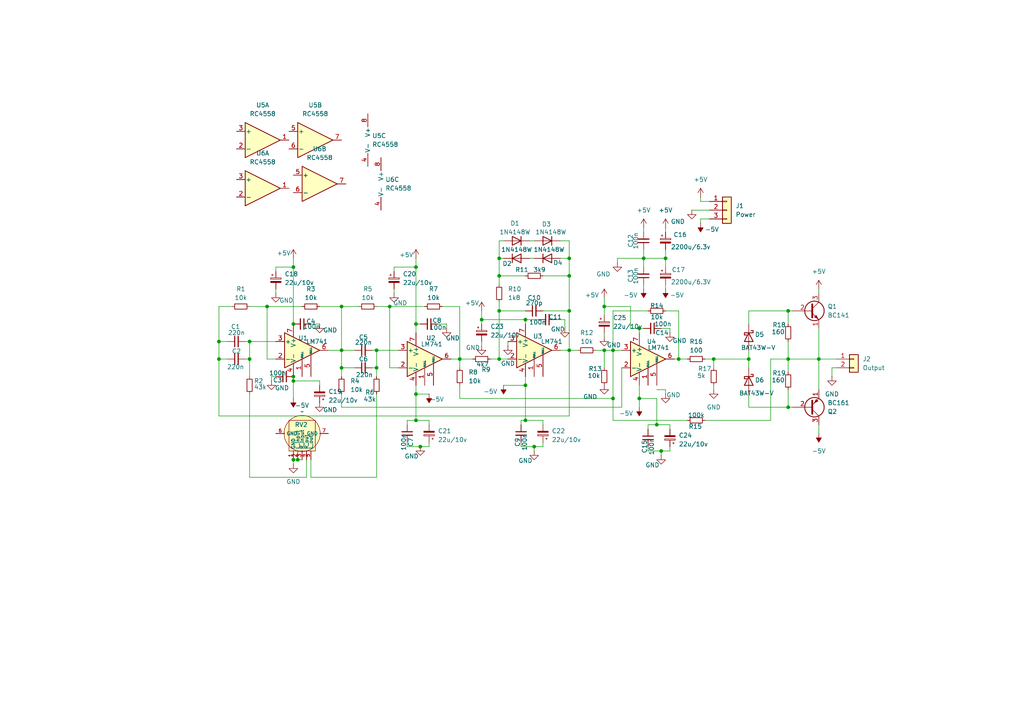
<source format=kicad_sch>
(kicad_sch (version 20250114) (generator "eeschema") (generator_version "9.0")
  (paper "A4")
  (lib_symbols
    (symbol "Amplifier_Operational:LM741" (pin_names (offset 0.127))
      (property "Reference" "U" (at 0 6.35 0))
      (property "Value" "LM741" (at 0 3.81 0))
      (symbol "LM741_1_1"
        (pin input line (at -7.62 2.54 0) (length 2.54) (name "+") (number "3"))
        (pin input line (at -7.62 -2.54 0) (length 2.54) (name "-") (number "2"))
        (pin power_in line (at -2.54 7.62 270) (length 3.81) (name "V+") (number "7"))
        (pin power_in line (at -2.54 -7.62 90) (length 3.81) (name "V-") (number "4"))
        (pin no_connect line (at 0 2.54 270) (length 2.54) (hide yes) (name "NC") (number "8"))
        (pin input line (at 0 -7.62 90) (length 5.08) (name "NULL") (number "1"))
        (pin input line (at 2.54 -7.62 90) (length 6.35) (name "NULL") (number "5"))
        (pin output line (at 7.62 0 180) (length 2.54) (name "~") (number "6"))
      )
    )
    (symbol "Amplifier_Operational:RC4558" (pin_names (offset 0.127))
      (property "Reference" "U" (at 0 5.08 0))
      (property "Value" "RC4558" (at 0 -5.08 0))
      (symbol "RC4558_1_1"
        (pin input line (at -7.62 2.54 0) (length 2.54) (name "+") (number "3"))
        (pin input line (at -7.62 -2.54 0) (length 2.54) (name "-") (number "2"))
        (pin output line (at 7.62 0 180) (length 2.54) (name "~") (number "1"))
      )
      (symbol "RC4558_2_1"
        (pin input line (at -7.62 2.54 0) (length 2.54) (name "+") (number "5"))
        (pin input line (at -7.62 -2.54 0) (length 2.54) (name "-") (number "6"))
        (pin output line (at 7.62 0 180) (length 2.54) (name "~") (number "7"))
      )
      (symbol "RC4558_3_1"
        (pin power_in line (at -2.54 7.62 270) (length 3.81) (name "V+") (number "8"))
        (pin power_in line (at -2.54 -7.62 90) (length 3.81) (name "V-") (number "4"))
      )
    )
    (symbol "Connector_Generic:Conn_01x02" (pin_names (offset 1.016) (hide yes))
      (property "Reference" "J" (at 0 2.54 0))
      (property "Value" "Conn_01x02" (at 0 -5.08 0))
      (symbol "Conn_01x02_1_1"
        (pin passive line (at -5.08 0 0) (length 3.81) (name "Pin_1") (number "1"))
        (pin passive line (at -5.08 -2.54 0) (length 3.81) (name "Pin_2") (number "2"))
      )
    )
    (symbol "Connector_Generic:Conn_01x03" (pin_names (offset 1.016) (hide yes))
      (property "Reference" "J" (at 0 5.08 0))
      (property "Value" "Conn_01x03" (at 0 -5.08 0))
      (symbol "Conn_01x03_1_1"
        (pin passive line (at -5.08 2.54 0) (length 3.81) (name "Pin_1") (number "1"))
        (pin passive line (at -5.08 0 0) (length 3.81) (name "Pin_2") (number "2"))
        (pin passive line (at -5.08 -2.54 0) (length 3.81) (name "Pin_3") (number "3"))
      )
    )
    (symbol "Device:C_Polarized_Small" (pin_numbers (hide yes)) (pin_names (offset 0.254) (hide yes))
      (property "Reference" "C" (at 0.254 1.778 0))
      (property "Value" "C_Polarized_Small" (at 0.254 -2.032 0))
      (symbol "C_Polarized_Small_1_1"
        (pin passive line (at 0 2.54 270) (length 1.8542) (name "~") (number "1"))
        (pin passive line (at 0 -2.54 90) (length 1.8542) (name "~") (number "2"))
      )
    )
    (symbol "Device:C_Small" (pin_numbers (hide yes)) (pin_names (offset 0.254) (hide yes))
      (property "Reference" "C" (at 0.254 1.778 0))
      (property "Value" "C_Small" (at 0.254 -2.032 0))
      (symbol "C_Small_1_1"
        (pin passive line (at 0 2.54 270) (length 2.032) (name "~") (number "1"))
        (pin passive line (at 0 -2.54 90) (length 2.032) (name "~") (number "2"))
      )
    )
    (symbol "Device:R_Small" (pin_numbers (hide yes)) (pin_names (offset 0.254) (hide yes))
      (property "Reference" "R" (at 0.762 0.508 0))
      (property "Value" "R_Small" (at 0.762 -1.016 0))
      (symbol "R_Small_1_1"
        (pin passive line (at 0 2.54 270) (length 0.762) (name "~") (number "1"))
        (pin passive line (at 0 -2.54 90) (length 0.762) (name "~") (number "2"))
      )
    )
    (symbol "Diode:1N4148W" (pin_numbers (hide yes)) (pin_names (hide yes))
      (property "Reference" "D" (at 0 2.54 0))
      (property "Value" "1N4148W" (at 0 -2.54 0))
      (symbol "1N4148W_1_1"
        (pin passive line (at -3.81 0 0) (length 2.54) (name "K") (number "1"))
        (pin passive line (at 3.81 0 180) (length 2.54) (name "A") (number "2"))
      )
    )
    (symbol "Diode:BAT43W-V" (pin_numbers (hide yes)) (pin_names (offset 1.016) (hide yes))
      (property "Reference" "D" (at 0 2.54 0))
      (property "Value" "BAT43W-V" (at 0 -2.54 0))
      (symbol "BAT43W-V_1_1"
        (pin passive line (at -3.81 0 0) (length 2.54) (name "K") (number "1"))
        (pin passive line (at 3.81 0 180) (length 2.54) (name "A") (number "2"))
      )
    )
    (symbol "Potencjomretry_THT:Potencjometr_podwójny_mp3"
      (property "Reference" "RV" (at 0 2.54 0))
      (symbol "Potencjometr_podwójny_mp3_1_1"
        (pin input line (at -7.62 0 0) (length 2.54) (name "GND") (number "6"))
        (pin input line (at -2.54 -7.62 90) (length 2.54) (name "GND") (number "1"))
        (pin input line (at -1.27 -7.62 90) (length 2.54) (name "L_input") (number "2"))
        (pin input line (at 0 -7.62 90) (length 2.54) (name "R_input") (number "3"))
        (pin input line (at 1.27 -7.62 90) (length 2.54) (name "R_out") (number "4"))
        (pin input line (at 2.54 -7.62 90) (length 2.54) (name "L_out") (number "5"))
        (pin input line (at 7.62 0 180) (length 2.54) (name "GND") (number "7"))
      )
    )
    (symbol "Transistor_BJT:BC141" (pin_names (offset 0) (hide yes))
      (property "Reference" "Q" (at 5.08 1.905 0))
      (property "Value" "BC141" (at 5.08 0 0))
      (symbol "BC141_1_1"
        (pin passive line (at -5.08 0 0) (length 5.715) (name "B") (number "2"))
        (pin passive line (at 2.54 5.08 270) (length 2.54) (name "C") (number "3"))
        (pin passive line (at 2.54 -5.08 90) (length 2.54) (name "E") (number "1"))
      )
    )
    (symbol "Transistor_BJT:BC161" (pin_names (offset 0) (hide yes))
      (property "Reference" "Q" (at 5.08 1.905 0))
      (property "Value" "BC161" (at 5.08 0 0))
      (symbol "BC161_1_1"
        (pin input line (at -5.08 0 0) (length 5.715) (name "B") (number "2"))
        (pin passive line (at 2.54 5.08 270) (length 2.54) (name "C") (number "3"))
        (pin passive line (at 2.54 -5.08 90) (length 2.54) (name "E") (number "1"))
      )
    )
    (symbol "power:+5V" (power) (pin_numbers (hide yes)) (pin_names (offset 0) (hide yes))
      (property "Value" "+5V" (at 0 3.556 0))
      (symbol "+5V_1_1"
        (pin power_in line (at 0 0 90) (length 0) (name "~") (number "1"))
      )
    )
    (symbol "power:-5V" (power) (pin_numbers (hide yes)) (pin_names (offset 0) (hide yes))
      (property "Value" "-5V" (at 0 3.556 0))
      (symbol "-5V_0_0"
        (pin power_in line (at 0 0 90) (length 0) (name "~") (number "1"))
      )
    )
    (symbol "power:GND" (power) (pin_numbers (hide yes)) (pin_names (offset 0) (hide yes))
      (property "Value" "GND" (at 0 -3.81 0))
      (symbol "GND_1_1"
        (pin power_in line (at 0 0 270) (length 0) (name "~") (number "1"))
      )
    )
  )
  (junction (at 63.5 99.06))
  (junction (at 237.49 104.14))
  (junction (at 121.92 129.54))
  (junction (at 72.39 104.14))
  (junction (at 85.09 77.47))
  (junction (at 193.04 74.93))
  (junction (at 85.09 110.49))
  (junction (at 154.94 129.54))
  (junction (at 152.4 121.92))
  (junction (at 177.8 115.57))
  (junction (at 165.1 101.6))
  (junction (at 120.65 77.47))
  (junction (at 165.1 80.01))
  (junction (at 72.39 99.06))
  (junction (at 217.17 104.14))
  (junction (at 113.03 88.9))
  (junction (at 99.06 88.9))
  (junction (at 152.4 111.76))
  (junction (at 175.26 88.9))
  (junction (at 99.06 106.68))
  (junction (at 99.06 101.6))
  (junction (at 165.1 90.17))
  (junction (at 144.78 80.01))
  (junction (at 191.77 130.81))
  (junction (at 196.85 104.14))
  (junction (at 228.6 104.14))
  (junction (at 228.6 118.11))
  (junction (at 175.26 101.6))
  (junction (at 186.69 74.93))
  (junction (at 152.4 92.71))
  (junction (at 63.5 104.14))
  (junction (at 85.09 109.22))
  (junction (at 133.35 104.14))
  (junction (at 86.36 133.35))
  (junction (at 85.09 93.98))
  (junction (at 120.65 114.3))
  (junction (at 165.1 74.93))
  (junction (at 85.09 133.35))
  (junction (at 144.78 90.17))
  (junction (at 207.01 104.14))
  (junction (at 185.42 115.57))
  (junction (at 185.42 95.25))
  (junction (at 109.22 101.6))
  (junction (at 120.65 121.92))
  (junction (at 228.6 90.17))
  (junction (at 190.5 123.19))
  (junction (at 144.78 104.14))
  (junction (at 177.8 101.6))
  (junction (at 77.47 88.9))
  (junction (at 139.7 92.71))
  (junction (at 120.65 93.98))
  (junction (at 144.78 74.93))
  (junction (at 109.22 106.68))
  (wire (pts (xy 194.31 96.52) (xy 194.31 95.25)))
  (wire (pts (xy 237.49 95.25) (xy 237.49 104.14)))
  (wire (pts (xy 139.7 90.17) (xy 139.7 92.71)))
  (wire (pts (xy 157.48 121.92) (xy 157.48 123.19)))
  (wire (pts (xy 196.85 104.14) (xy 199.39 104.14)))
  (wire (pts (xy 165.1 120.65) (xy 63.5 120.65)))
  (wire (pts (xy 139.7 92.71) (xy 152.4 92.71)))
  (wire (pts (xy 139.7 92.71) (xy 139.7 93.98)))
  (wire (pts (xy 193.04 113.03) (xy 190.5 113.03)))
  (wire (pts (xy 133.35 88.9) (xy 133.35 104.14)))
  (wire (pts (xy 228.6 104.14) (xy 237.49 104.14)))
  (wire (pts (xy 228.6 118.11) (xy 217.17 118.11)))
  (wire (pts (xy 99.06 118.11) (xy 180.34 118.11)))
  (wire (pts (xy 109.22 114.3) (xy 109.22 138.43)))
  (wire (pts (xy 186.69 74.93) (xy 186.69 77.47)))
  (wire (pts (xy 67.31 88.9) (xy 63.5 88.9)))
  (wire (pts (xy 175.26 101.6) (xy 177.8 101.6)))
  (wire (pts (xy 228.6 104.14) (xy 223.52 104.14)))
  (wire (pts (xy 154.94 129.54) (xy 157.48 129.54)))
  (wire (pts (xy 85.09 74.93) (xy 85.09 77.47)))
  (wire (pts (xy 195.58 104.14) (xy 196.85 104.14)))
  (wire (pts (xy 162.56 101.6) (xy 165.1 101.6)))
  (wire (pts (xy 187.96 130.81) (xy 191.77 130.81)))
  (wire (pts (xy 196.85 104.14) (xy 196.85 90.17)))
  (wire (pts (xy 241.3 109.22) (xy 241.3 106.68)))
  (wire (pts (xy 199.39 121.92) (xy 177.8 121.92)))
  (wire (pts (xy 207.01 106.68) (xy 207.01 104.14)))
  (wire (pts (xy 193.04 72.39) (xy 193.04 74.93)))
  (wire (pts (xy 151.13 121.92) (xy 152.4 121.92)))
  (wire (pts (xy 124.46 114.3) (xy 120.65 114.3)))
  (wire (pts (xy 152.4 121.92) (xy 157.48 121.92)))
  (wire (pts (xy 146.05 111.76) (xy 152.4 111.76)))
  (wire (pts (xy 203.2 57.15) (xy 203.2 58.42)))
  (wire (pts (xy 144.78 74.93) (xy 144.78 80.01)))
  (wire (pts (xy 144.78 90.17) (xy 144.78 104.14)))
  (wire (pts (xy 128.27 88.9) (xy 133.35 88.9)))
  (wire (pts (xy 182.88 88.9) (xy 175.26 88.9)))
  (wire (pts (xy 72.39 104.14) (xy 72.39 109.22)))
  (wire (pts (xy 80.01 78.74) (xy 80.01 77.47)))
  (wire (pts (xy 185.42 111.76) (xy 185.42 115.57)))
  (wire (pts (xy 187.96 129.54) (xy 187.96 130.81)))
  (wire (pts (xy 207.01 111.76) (xy 207.01 113.03)))
  (wire (pts (xy 163.83 95.25) (xy 163.83 92.71)))
  (wire (pts (xy 85.09 134.62) (xy 85.09 133.35)))
  (wire (pts (xy 129.54 93.98) (xy 127 93.98)))
  (wire (pts (xy 193.04 74.93) (xy 193.04 77.47)))
  (wire (pts (xy 63.5 99.06) (xy 63.5 104.14)))
  (wire (pts (xy 187.96 90.17) (xy 177.8 90.17)))
  (wire (pts (xy 157.48 129.54) (xy 157.48 128.27)))
  (wire (pts (xy 177.8 115.57) (xy 133.35 115.57)))
  (wire (pts (xy 162.56 69.85) (xy 165.1 69.85)))
  (wire (pts (xy 241.3 106.68) (xy 242.57 106.68)))
  (wire (pts (xy 186.69 82.55) (xy 186.69 83.82)))
  (wire (pts (xy 191.77 130.81) (xy 191.77 132.08)))
  (wire (pts (xy 175.26 96.52) (xy 175.26 97.79)))
  (wire (pts (xy 144.78 80.01) (xy 144.78 82.55)))
  (wire (pts (xy 114.3 83.82) (xy 114.3 85.09)))
  (wire (pts (xy 113.03 88.9) (xy 109.22 88.9)))
  (wire (pts (xy 228.6 90.17) (xy 228.6 93.98)))
  (wire (pts (xy 118.11 123.19) (xy 118.11 121.92)))
  (wire (pts (xy 109.22 101.6) (xy 115.57 101.6)))
  (wire (pts (xy 115.57 106.68) (xy 113.03 106.68)))
  (wire (pts (xy 124.46 121.92) (xy 124.46 123.19)))
  (wire (pts (xy 228.6 99.06) (xy 228.6 104.14)))
  (wire (pts (xy 185.42 95.25) (xy 182.88 95.25)))
  (wire (pts (xy 165.1 90.17) (xy 165.1 80.01)))
  (wire (pts (xy 163.83 92.71) (xy 161.29 92.71)))
  (wire (pts (xy 228.6 104.14) (xy 228.6 107.95)))
  (wire (pts (xy 85.09 109.22) (xy 85.09 110.49)))
  (wire (pts (xy 80.01 104.14) (xy 77.47 104.14)))
  (wire (pts (xy 72.39 99.06) (xy 80.01 99.06)))
  (wire (pts (xy 88.9 138.43) (xy 72.39 138.43)))
  (wire (pts (xy 186.69 72.39) (xy 186.69 74.93)))
  (wire (pts (xy 99.06 106.68) (xy 99.06 109.22)))
  (wire (pts (xy 229.87 118.11) (xy 228.6 118.11)))
  (wire (pts (xy 85.09 110.49) (xy 92.71 110.49)))
  (wire (pts (xy 99.06 88.9) (xy 104.14 88.9)))
  (wire (pts (xy 147.32 100.33) (xy 147.32 99.06)))
  (wire (pts (xy 153.67 69.85) (xy 154.94 69.85)))
  (wire (pts (xy 80.01 83.82) (xy 80.01 85.09)))
  (wire (pts (xy 113.03 88.9) (xy 123.19 88.9)))
  (wire (pts (xy 139.7 99.06) (xy 139.7 100.33)))
  (wire (pts (xy 130.81 104.14) (xy 133.35 104.14)))
  (wire (pts (xy 194.31 130.81) (xy 194.31 129.54)))
  (wire (pts (xy 120.65 121.92) (xy 124.46 121.92)))
  (wire (pts (xy 185.42 95.25) (xy 186.69 95.25)))
  (wire (pts (xy 120.65 77.47) (xy 120.65 93.98)))
  (wire (pts (xy 165.1 101.6) (xy 165.1 90.17)))
  (wire (pts (xy 63.5 104.14) (xy 66.04 104.14)))
  (wire (pts (xy 180.34 118.11) (xy 180.34 106.68)))
  (wire (pts (xy 217.17 101.6) (xy 217.17 104.14)))
  (wire (pts (xy 151.13 129.54) (xy 154.94 129.54)))
  (wire (pts (xy 182.88 95.25) (xy 182.88 88.9)))
  (wire (pts (xy 207.01 104.14) (xy 217.17 104.14)))
  (wire (pts (xy 118.11 121.92) (xy 120.65 121.92)))
  (wire (pts (xy 72.39 88.9) (xy 77.47 88.9)))
  (wire (pts (xy 144.78 87.63) (xy 144.78 90.17)))
  (wire (pts (xy 203.2 64.77) (xy 203.2 63.5)))
  (wire (pts (xy 223.52 104.14) (xy 223.52 121.92)))
  (wire (pts (xy 186.69 66.04) (xy 186.69 67.31)))
  (wire (pts (xy 193.04 66.04) (xy 193.04 67.31)))
  (wire (pts (xy 120.65 114.3) (xy 120.65 121.92)))
  (wire (pts (xy 118.11 128.27) (xy 118.11 129.54)))
  (wire (pts (xy 90.17 138.43) (xy 109.22 138.43)))
  (wire (pts (xy 187.96 123.19) (xy 190.5 123.19)))
  (wire (pts (xy 185.42 95.25) (xy 185.42 96.52)))
  (wire (pts (xy 217.17 90.17) (xy 217.17 93.98)))
  (wire (pts (xy 114.3 78.74) (xy 114.3 77.47)))
  (wire (pts (xy 152.4 111.76) (xy 152.4 109.22)))
  (wire (pts (xy 121.92 129.54) (xy 124.46 129.54)))
  (wire (pts (xy 142.24 104.14) (xy 144.78 104.14)))
  (wire (pts (xy 86.36 133.35) (xy 87.63 133.35)))
  (wire (pts (xy 194.31 95.25) (xy 191.77 95.25)))
  (wire (pts (xy 71.12 99.06) (xy 72.39 99.06)))
  (wire (pts (xy 71.12 104.14) (xy 72.39 104.14)))
  (wire (pts (xy 109.22 106.68) (xy 109.22 109.22)))
  (wire (pts (xy 203.2 58.42) (xy 205.74 58.42)))
  (wire (pts (xy 193.04 114.3) (xy 193.04 113.03)))
  (wire (pts (xy 88.9 133.35) (xy 88.9 138.43)))
  (wire (pts (xy 191.77 130.81) (xy 194.31 130.81)))
  (wire (pts (xy 90.17 93.98) (xy 92.71 93.98)))
  (wire (pts (xy 175.26 86.36) (xy 175.26 88.9)))
  (wire (pts (xy 77.47 88.9) (xy 87.63 88.9)))
  (wire (pts (xy 228.6 113.03) (xy 228.6 118.11)))
  (wire (pts (xy 107.95 106.68) (xy 109.22 106.68)))
  (wire (pts (xy 228.6 90.17) (xy 217.17 90.17)))
  (wire (pts (xy 144.78 74.93) (xy 144.78 69.85)))
  (wire (pts (xy 165.1 69.85) (xy 165.1 74.93)))
  (wire (pts (xy 99.06 88.9) (xy 92.71 88.9)))
  (wire (pts (xy 187.96 124.46) (xy 187.96 123.19)))
  (wire (pts (xy 72.39 114.3) (xy 72.39 138.43)))
  (wire (pts (xy 63.5 120.65) (xy 63.5 104.14)))
  (wire (pts (xy 229.87 90.17) (xy 228.6 90.17)))
  (wire (pts (xy 172.72 101.6) (xy 175.26 101.6)))
  (wire (pts (xy 237.49 104.14) (xy 237.49 113.03)))
  (wire (pts (xy 177.8 90.17) (xy 177.8 101.6)))
  (wire (pts (xy 144.78 80.01) (xy 152.4 80.01)))
  (wire (pts (xy 154.94 129.54) (xy 154.94 130.81)))
  (wire (pts (xy 113.03 106.68) (xy 113.03 88.9)))
  (wire (pts (xy 154.94 74.93) (xy 153.67 74.93)))
  (wire (pts (xy 120.65 74.93) (xy 120.65 77.47)))
  (wire (pts (xy 133.35 115.57) (xy 133.35 111.76)))
  (wire (pts (xy 90.17 138.43) (xy 90.17 133.35)))
  (wire (pts (xy 99.06 106.68) (xy 102.87 106.68)))
  (wire (pts (xy 133.35 106.68) (xy 133.35 104.14)))
  (wire (pts (xy 177.8 101.6) (xy 180.34 101.6)))
  (wire (pts (xy 203.2 63.5) (xy 205.74 63.5)))
  (wire (pts (xy 109.22 101.6) (xy 109.22 106.68)))
  (wire (pts (xy 63.5 99.06) (xy 66.04 99.06)))
  (wire (pts (xy 99.06 101.6) (xy 99.06 88.9)))
  (wire (pts (xy 99.06 114.3) (xy 99.06 118.11)))
  (wire (pts (xy 193.04 82.55) (xy 193.04 83.82)))
  (wire (pts (xy 200.66 60.96) (xy 205.74 60.96)))
  (wire (pts (xy 152.4 92.71) (xy 152.4 93.98)))
  (wire (pts (xy 107.95 101.6) (xy 109.22 101.6)))
  (wire (pts (xy 120.65 111.76) (xy 120.65 114.3)))
  (wire (pts (xy 92.71 110.49) (xy 92.71 111.76)))
  (wire (pts (xy 151.13 123.19) (xy 151.13 121.92)))
  (wire (pts (xy 120.65 93.98) (xy 121.92 93.98)))
  (wire (pts (xy 99.06 101.6) (xy 102.87 101.6)))
  (wire (pts (xy 144.78 69.85) (xy 146.05 69.85)))
  (wire (pts (xy 165.1 74.93) (xy 165.1 80.01)))
  (wire (pts (xy 78.74 110.49) (xy 78.74 109.22)))
  (wire (pts (xy 120.65 93.98) (xy 120.65 96.52)))
  (wire (pts (xy 165.1 101.6) (xy 167.64 101.6)))
  (wire (pts (xy 95.25 101.6) (xy 99.06 101.6)))
  (wire (pts (xy 151.13 128.27) (xy 151.13 129.54)))
  (wire (pts (xy 85.09 77.47) (xy 85.09 93.98)))
  (wire (pts (xy 179.07 74.93) (xy 186.69 74.93)))
  (wire (pts (xy 85.09 110.49) (xy 85.09 115.57)))
  (wire (pts (xy 185.42 115.57) (xy 190.5 115.57)))
  (wire (pts (xy 196.85 90.17) (xy 193.04 90.17)))
  (wire (pts (xy 237.49 123.19) (xy 237.49 125.73)))
  (wire (pts (xy 144.78 104.14) (xy 147.32 104.14)))
  (wire (pts (xy 152.4 92.71) (xy 156.21 92.71)))
  (wire (pts (xy 194.31 123.19) (xy 194.31 124.46)))
  (wire (pts (xy 99.06 101.6) (xy 99.06 106.68)))
  (wire (pts (xy 118.11 129.54) (xy 121.92 129.54)))
  (wire (pts (xy 157.48 80.01) (xy 165.1 80.01)))
  (wire (pts (xy 175.26 101.6) (xy 175.26 106.68)))
  (wire (pts (xy 190.5 115.57) (xy 190.5 123.19)))
  (wire (pts (xy 190.5 123.19) (xy 194.31 123.19)))
  (wire (pts (xy 129.54 95.25) (xy 129.54 93.98)))
  (wire (pts (xy 186.69 74.93) (xy 193.04 74.93)))
  (wire (pts (xy 63.5 88.9) (xy 63.5 99.06)))
  (wire (pts (xy 114.3 77.47) (xy 120.65 77.47)))
  (wire (pts (xy 237.49 83.82) (xy 237.49 85.09)))
  (wire (pts (xy 217.17 118.11) (xy 217.17 114.3)))
  (wire (pts (xy 165.1 101.6) (xy 165.1 120.65)))
  (wire (pts (xy 80.01 77.47) (xy 85.09 77.47)))
  (wire (pts (xy 223.52 121.92) (xy 204.47 121.92)))
  (wire (pts (xy 144.78 74.93) (xy 146.05 74.93)))
  (wire (pts (xy 217.17 104.14) (xy 217.17 106.68)))
  (wire (pts (xy 133.35 104.14) (xy 137.16 104.14)))
  (wire (pts (xy 72.39 99.06) (xy 72.39 104.14)))
  (wire (pts (xy 77.47 104.14) (xy 77.47 88.9)))
  (wire (pts (xy 177.8 101.6) (xy 177.8 115.57)))
  (wire (pts (xy 157.48 90.17) (xy 165.1 90.17)))
  (wire (pts (xy 162.56 74.93) (xy 165.1 74.93)))
  (wire (pts (xy 237.49 104.14) (xy 242.57 104.14)))
  (wire (pts (xy 152.4 111.76) (xy 152.4 121.92)))
  (wire (pts (xy 78.74 109.22) (xy 80.01 109.22)))
  (wire (pts (xy 207.01 104.14) (xy 204.47 104.14)))
  (wire (pts (xy 124.46 128.27) (xy 124.46 129.54)))
  (wire (pts (xy 85.09 133.35) (xy 86.36 133.35)))
  (wire (pts (xy 175.26 88.9) (xy 175.26 91.44)))
  (wire (pts (xy 179.07 76.2) (xy 179.07 74.93)))
  (wire (pts (xy 177.8 121.92) (xy 177.8 115.57)))
  (wire (pts (xy 144.78 90.17) (xy 152.4 90.17)))
  (wire (pts (xy 185.42 115.57) (xy 185.42 118.11)))
  (symbol (lib_id "Device:R_Small") (at 125.73 88.9 270) (unit 1)
    (property "Reference" "R7" (at 125.73 83.82 90))
    (property "Value" "10k" (at 125.73 86.36 90))
    (property "Footprint" "Resistor_SMD:R_0805_2012Metric_Pad1.20x1.40mm_HandSolder" (effects (hide yes)))
    (property "Description" "Resistor, small symbol" (effects (hide yes)))
  )
  (symbol (lib_id "Amplifier_Operational:RC4558") (at 76.2 54.61 0) (unit 1) (on_board no)
    (property "Reference" "U6" (at 76.2 44.45 0))
    (property "Value" "RC4558" (at 76.2 46.99 0))
    (property "Footprint" "Package_SO:SOIC-8_3.9x4.9mm_P1.27mm" (effects (hide yes)))
    (property "Datasheet" "http://www.ti.com/lit/ds/symlink/rc4558.pdf" (effects (hide yes)))
    (property "Description" "Dual General Purpose, Operational Amplifier, DIP-8/SOIC-8/SSOP-8" (effects (hide yes)))
  )
  (symbol (lib_id "Amplifier_Operational:LM741") (at 87.63 101.6 0) (unit 1)
    (property "Reference" "U1" (at 87.884 98.044 0))
    (property "Value" "LM741" (at 91.948 99.06 0))
    (property "Footprint" "Package_SO:SOIC-8_3.9x4.9mm_P1.27mm" (effects (hide yes)))
    (property "Datasheet" "http://www.ti.com/lit/ds/symlink/lm741.pdf" (effects (hide yes)))
    (property "Description" "Operational Amplifier, DIP-8/TO-99-8" (effects (hide yes)))
  )
  (symbol (lib_id "Device:C_Polarized_Small") (at 193.04 80.01 0) (unit 1)
    (property "Reference" "C17" (at 194.818 78.232 0) (effects (justify left)))
    (property "Value" "2200u/6.3V" (at 194.564 81.788 0) (effects (justify left)))
    (property "Footprint" "Capacitor_THT:CP_Radial_D12.5mm_P5.00mm" (effects (hide yes)))
    (property "Description" "Polarized capacitor, small symbol" (effects (hide yes)))
  )
  (symbol (lib_id "Device:C_Small") (at 87.63 93.98 270) (unit 1)
    (property "Reference" "C4" (at 90.17 93.218 90))
    (property "Value" "100n" (at 90.424 94.742 90))
    (property "Footprint" "Capacitor_SMD:C_0805_2012Metric_Pad1.18x1.45mm_HandSolder" (effects (hide yes)))
    (property "Description" "Unpolarized capacitor, small symbol" (effects (hide yes)))
  )
  (symbol (lib_id "power:+5V") (at 139.7 90.17 0) (unit 1)
    (property "Reference" "#PWR013" (effects (hide yes)))
    (property "Value" "+5V" (at 136.906 87.884 0))
    (property "Description" "Power symbol creates a global label with name \"+5V\"" (effects (hide yes)))
  )
  (symbol (lib_id "power:GND") (at 147.32 100.33 0) (unit 1)
    (property "Reference" "#PWR012" (effects (hide yes)))
    (property "Value" "GND" (at 147.32 105.41 0))
    (property "Description" "Power symbol creates a global label with name \"GND\" , ground" (effects (hide yes)))
  )
  (symbol (lib_id "Device:C_Small") (at 68.58 104.14 90) (unit 1)
    (property "Reference" "C2" (at 68.58 101.854 90))
    (property "Value" "220n" (at 68.326 106.426 90))
    (property "Footprint" "Capacitor_SMD:C_0805_2012Metric_Pad1.18x1.45mm_HandSolder" (effects (hide yes)))
    (property "Description" "Unpolarized capacitor, small symbol" (effects (hide yes)))
  )
  (symbol (lib_id "Device:R_Small") (at 201.93 104.14 270) (unit 1)
    (property "Reference" "R16" (at 201.93 99.06 90))
    (property "Value" "100" (at 201.93 101.6 90))
    (property "Footprint" "Resistor_SMD:R_0805_2012Metric_Pad1.20x1.40mm_HandSolder" (effects (hide yes)))
    (property "Description" "Resistor, small symbol" (effects (hide yes)))
  )
  (symbol (lib_id "power:+5V") (at 186.69 66.04 0) (unit 1)
    (property "Reference" "#PWR020" (effects (hide yes)))
    (property "Value" "+5V" (at 186.69 60.96 0))
    (property "Description" "Power symbol creates a global label with name \"+5V\"" (effects (hide yes)))
  )
  (symbol (lib_id "Connector_Generic:Conn_01x03") (at 210.82 60.96 0) (unit 1)
    (property "Reference" "J1" (at 213.36 59.6899 0) (effects (justify left)))
    (property "Value" "Power" (at 213.36 62.2299 0) (effects (justify left)))
    (property "Footprint" "Connector_PinHeader_2.54mm:PinHeader_1x03_P2.54mm_Vertical" (effects (hide yes)))
    (property "Description" "Generic connector, single row, 01x03, script generated (kicad-library-utils/schlib/autogen/connector/)" (effects (hide yes)))
  )
  (symbol (lib_id "power:-5V") (at 237.49 125.73 180) (unit 1)
    (property "Reference" "#PWR032" (effects (hide yes)))
    (property "Value" "-5V" (at 237.49 130.81 0))
    (property "Description" "Power symbol creates a global label with name \"-5V\"" (effects (hide yes)))
  )
  (symbol (lib_id "power:+5V") (at 193.04 66.04 0) (unit 1)
    (property "Reference" "#PWR022" (effects (hide yes)))
    (property "Value" "+5V" (at 193.04 60.96 0))
    (property "Description" "Power symbol creates a global label with name \"+5V\"" (effects (hide yes)))
  )
  (symbol (lib_id "Device:C_Small") (at 186.69 69.85 180) (unit 1)
    (property "Reference" "C12" (at 182.88 69.85 90))
    (property "Value" "100n" (at 184.404 69.85 90))
    (property "Footprint" "Capacitor_SMD:C_0805_2012Metric_Pad1.18x1.45mm_HandSolder" (effects (hide yes)))
    (property "Description" "Unpolarized capacitor, small symbol" (effects (hide yes)))
  )
  (symbol (lib_id "power:GND") (at 179.07 76.2 0) (unit 1)
    (property "Reference" "#PWR017" (effects (hide yes)))
    (property "Value" "GND" (at 175.006 79.502 0))
    (property "Description" "Power symbol creates a global label with name \"GND\" , ground" (effects (hide yes)))
  )
  (symbol (lib_id "power:GND") (at 114.3 85.09 0) (unit 1)
    (property "Reference" "#PWR029" (effects (hide yes)))
    (property "Value" "GND" (at 116.078 87.884 0))
    (property "Description" "Power symbol creates a global label with name \"GND\" , ground" (effects (hide yes)))
  )
  (symbol (lib_id "Device:C_Small") (at 118.11 125.73 0) (unit 1)
    (property "Reference" "C7" (at 119.126 128.27 90))
    (property "Value" "100n" (at 117.094 128.27 90))
    (property "Footprint" "Capacitor_SMD:C_0805_2012Metric_Pad1.18x1.45mm_HandSolder" (effects (hide yes)))
    (property "Description" "Unpolarized capacitor, small symbol" (effects (hide yes)))
  )
  (symbol (lib_id "Connector_Generic:Conn_01x02") (at 247.65 104.14 0) (unit 1)
    (property "Reference" "J2" (at 250.19 104.1399 0) (effects (justify left)))
    (property "Value" "Output" (at 250.19 106.6799 0) (effects (justify left)))
    (property "Footprint" "Connector_Molex:Molex_KK-254_AE-6410-02A_1x02_P2.54mm_Vertical" (effects (hide yes)))
    (property "Description" "Generic connector, single row, 01x02, script generated (kicad-library-utils/schlib/autogen/connector/)" (effects (hide yes)))
  )
  (symbol (lib_id "power:GND") (at 80.01 85.09 0) (unit 1)
    (property "Reference" "#PWR04" (effects (hide yes)))
    (property "Value" "GND" (at 83.058 87.122 0))
    (property "Description" "Power symbol creates a global label with name \"GND\" , ground" (effects (hide yes)))
  )
  (symbol (lib_id "Device:C_Polarized_Small") (at 194.31 127 180) (unit 1)
    (property "Reference" "C24" (at 196.85 126.276 0) (effects (justify right)))
    (property "Value" "22u/10v" (at 196.85 128.816 0) (effects (justify right)))
    (property "Footprint" "Capacitor_THT:CP_Radial_Tantal_D5.0mm_P2.50mm" (effects (hide yes)))
    (property "Description" "Polarized capacitor, small symbol" (effects (hide yes)))
  )
  (symbol (lib_id "Transistor_BJT:BC141") (at 234.95 90.17 0) (unit 1)
    (property "Reference" "Q1" (at 240.03 88.8999 0) (effects (justify left)))
    (property "Value" "BC141" (at 240.03 91.4399 0) (effects (justify left)))
    (property "Footprint" "Package_TO_SOT_THT:TO-39-3" (effects (hide yes)))
    (property "Datasheet" "http://www.farnell.com/datasheets/296634.pdf" (effects (hide yes)))
    (property "Description" "1A Ic, 60V Vce, NPN Transistor, TO-39" (effects (hide yes)))
  )
  (symbol (lib_id "power:GND") (at 241.3 109.22 0) (unit 1)
    (property "Reference" "#PWR033" (effects (hide yes)))
    (property "Value" "GND" (at 241.3 114.3 0))
    (property "Description" "Power symbol creates a global label with name \"GND\" , ground" (effects (hide yes)))
  )
  (symbol (lib_id "Device:R_Small") (at 106.68 88.9 270) (unit 1)
    (property "Reference" "R5" (at 106.68 83.82 90))
    (property "Value" "10k" (at 106.68 86.36 90))
    (property "Footprint" "Resistor_SMD:R_0805_2012Metric_Pad1.20x1.40mm_HandSolder" (effects (hide yes)))
    (property "Description" "Resistor, small symbol" (effects (hide yes)))
  )
  (symbol (lib_id "power:-5V") (at 85.09 115.57 180) (unit 1)
    (property "Reference" "#PWR03" (effects (hide yes)))
    (property "Value" "-5V" (at 87.63 117.602 0))
    (property "Description" "Power symbol creates a global label with name \"-5V\"" (effects (hide yes)))
  )
  (symbol (lib_id "Amplifier_Operational:RC4558") (at 91.44 40.64 0) (unit 2) (on_board no)
    (property "Reference" "U5" (at 91.44 30.48 0))
    (property "Value" "RC4558" (at 91.44 33.02 0))
    (property "Footprint" "Package_SO:SOIC-8_3.9x4.9mm_P1.27mm" (effects (hide yes)))
    (property "Datasheet" "http://www.ti.com/lit/ds/symlink/rc4558.pdf" (effects (hide yes)))
    (property "Description" "Dual General Purpose, Operational Amplifier, DIP-8/SOIC-8/SSOP-8" (effects (hide yes)))
  )
  (symbol (lib_id "Device:C_Small") (at 105.41 106.68 90) (unit 1)
    (property "Reference" "C6" (at 105.41 104.14 90))
    (property "Value" "220n" (at 105.664 108.712 90))
    (property "Footprint" "Capacitor_SMD:C_0805_2012Metric_Pad1.18x1.45mm_HandSolder" (effects (hide yes)))
    (property "Description" "Unpolarized capacitor, small symbol" (effects (hide yes)))
  )
  (symbol (lib_id "Device:R_Small") (at 190.5 90.17 270) (unit 1)
    (property "Reference" "R14" (at 190.5 88.646 90))
    (property "Value" "10k" (at 190.5 91.948 90))
    (property "Footprint" "Resistor_SMD:R_0805_2012Metric_Pad1.20x1.40mm_HandSolder" (effects (hide yes)))
    (property "Description" "Resistor, small symbol" (effects (hide yes)))
  )
  (symbol (lib_id "Device:C_Small") (at 186.69 80.01 180) (unit 1)
    (property "Reference" "C13" (at 182.88 80.01 90))
    (property "Value" "100n" (at 184.404 80.01 90))
    (property "Footprint" "Capacitor_SMD:C_0805_2012Metric_Pad1.18x1.45mm_HandSolder" (effects (hide yes)))
    (property "Description" "Unpolarized capacitor, small symbol" (effects (hide yes)))
  )
  (symbol (lib_id "power:GND") (at 139.7 100.33 0) (unit 1)
    (property "Reference" "#PWR035" (effects (hide yes)))
    (property "Value" "GND" (at 137.16 100.838 0))
    (property "Description" "Power symbol creates a global label with name \"GND\" , ground" (effects (hide yes)))
  )
  (symbol (lib_id "power:GND") (at 175.26 97.79 0) (unit 1)
    (property "Reference" "#PWR037" (effects (hide yes)))
    (property "Value" "GND" (at 178.054 100.076 0))
    (property "Description" "Power symbol creates a global label with name \"GND\" , ground" (effects (hide yes)))
  )
  (symbol (lib_id "Diode:BAT43W-V") (at 217.17 110.49 270) (unit 1)
    (property "Reference" "D6" (at 218.948 110.236 90) (effects (justify left)))
    (property "Value" "BAT43W-V" (at 214.376 114.046 90) (effects (justify left)))
    (property "Footprint" "Diode_THT:D_DO-35_SOD27_P5.08mm_Vertical_AnodeUp" (effects (hide yes)))
    (property "Datasheet" "http://www.vishay.com/docs/85660/bat42.pdf" (effects (hide yes)))
    (property "Description" "30V 0.2A Small Signal Schottky diode, SOD-123" (effects (hide yes)))
  )
  (symbol (lib_id "Device:C_Polarized_Small") (at 139.7 96.52 0) (unit 1)
    (property "Reference" "C23" (at 142.24 94.7038 0) (effects (justify left)))
    (property "Value" "22u/10v" (at 142.24 97.2438 0) (effects (justify left)))
    (property "Footprint" "Capacitor_THT:CP_Radial_Tantal_D5.0mm_P2.50mm" (effects (hide yes)))
    (property "Description" "Polarized capacitor, small symbol" (effects (hide yes)))
  )
  (symbol (lib_id "Device:C_Polarized_Small") (at 157.48 125.73 180) (unit 1)
    (property "Reference" "C22" (at 160.02 125.006 0) (effects (justify right)))
    (property "Value" "22u/10v" (at 160.02 127.546 0) (effects (justify right)))
    (property "Footprint" "Capacitor_THT:CP_Radial_Tantal_D5.0mm_P2.50mm" (effects (hide yes)))
    (property "Description" "Polarized capacitor, small symbol" (effects (hide yes)))
  )
  (symbol (lib_id "power:+5V") (at 120.65 74.93 0) (unit 1)
    (property "Reference" "#PWR08" (effects (hide yes)))
    (property "Value" "+5V" (at 117.856 73.914 0))
    (property "Description" "Power symbol creates a global label with name \"+5V\"" (effects (hide yes)))
  )
  (symbol (lib_id "power:+5V") (at 237.49 83.82 0) (unit 1)
    (property "Reference" "#PWR031" (effects (hide yes)))
    (property "Value" "+5V" (at 237.49 78.74 0))
    (property "Description" "Power symbol creates a global label with name \"+5V\"" (effects (hide yes)))
  )
  (symbol (lib_id "power:GND") (at 92.71 116.84 0) (unit 1)
    (property "Reference" "#PWR034" (effects (hide yes)))
    (property "Value" "GND" (at 95.758 118.872 0))
    (property "Description" "Power symbol creates a global label with name \"GND\" , ground" (effects (hide yes)))
  )
  (symbol (lib_id "Device:C_Polarized_Small") (at 114.3 81.28 0) (unit 1)
    (property "Reference" "C20" (at 116.84 79.4638 0) (effects (justify left)))
    (property "Value" "22u/10v" (at 116.84 82.0038 0) (effects (justify left)))
    (property "Footprint" "Capacitor_THT:CP_Radial_Tantal_D5.0mm_P2.50mm" (effects (hide yes)))
    (property "Description" "Polarized capacitor, small symbol" (effects (hide yes)))
  )
  (symbol (lib_id "power:GND") (at 154.94 130.81 0) (unit 1)
    (property "Reference" "#PWR011" (effects (hide yes)))
    (property "Value" "GND" (at 152.4 133.604 0))
    (property "Description" "Power symbol creates a global label with name \"GND\" , ground" (effects (hide yes)))
  )
  (symbol (lib_id "power:GND") (at 163.83 95.25 0) (unit 1)
    (property "Reference" "#PWR015" (effects (hide yes)))
    (property "Value" "GND" (at 161.798 95.504 0))
    (property "Description" "Power symbol creates a global label with name \"GND\" , ground" (effects (hide yes)))
  )
  (symbol (lib_id "power:-5V") (at 193.04 83.82 180) (unit 1)
    (property "Reference" "#PWR023" (effects (hide yes)))
    (property "Value" "-5V" (at 196.342 85.598 0))
    (property "Description" "Power symbol creates a global label with name \"-5V\"" (effects (hide yes)))
  )
  (symbol (lib_id "Device:R_Small") (at 69.85 88.9 90) (unit 1)
    (property "Reference" "R1" (at 69.85 83.82 90))
    (property "Value" "10k" (at 69.85 86.36 90))
    (property "Footprint" "Resistor_SMD:R_0805_2012Metric_Pad1.20x1.40mm_HandSolder" (effects (hide yes)))
    (property "Description" "Resistor, small symbol" (effects (hide yes)))
  )
  (symbol (lib_id "Device:C_Small") (at 124.46 93.98 270) (unit 1)
    (property "Reference" "C8" (at 126.746 92.964 90))
    (property "Value" "100n" (at 127 94.996 90))
    (property "Footprint" "Capacitor_SMD:C_0805_2012Metric_Pad1.18x1.45mm_HandSolder" (effects (hide yes)))
    (property "Description" "Unpolarized capacitor, small symbol" (effects (hide yes)))
  )
  (symbol (lib_id "Device:R_Small") (at 109.22 111.76 180) (unit 1)
    (property "Reference" "R6" (at 105.918 113.792 0) (effects (justify right)))
    (property "Value" "43k" (at 105.41 115.824 0) (effects (justify right)))
    (property "Footprint" "Resistor_SMD:R_0805_2012Metric_Pad1.20x1.40mm_HandSolder" (effects (hide yes)))
    (property "Description" "Resistor, small symbol" (effects (hide yes)))
  )
  (symbol (lib_id "Device:C_Polarized_Small") (at 175.26 93.98 0) (unit 1)
    (property "Reference" "C25" (at 177.8 92.1638 0) (effects (justify left)))
    (property "Value" "22u/10v" (at 177.8 94.7038 0) (effects (justify left)))
    (property "Footprint" "Capacitor_THT:CP_Radial_Tantal_D5.0mm_P2.50mm" (effects (hide yes)))
    (property "Description" "Polarized capacitor, small symbol" (effects (hide yes)))
  )
  (symbol (lib_id "Device:C_Small") (at 187.96 127 0) (unit 1)
    (property "Reference" "C15" (at 186.944 129.54 90))
    (property "Value" "100n" (at 188.976 129.54 90))
    (property "Footprint" "Capacitor_SMD:C_0805_2012Metric_Pad1.18x1.45mm_HandSolder" (effects (hide yes)))
    (property "Description" "Unpolarized capacitor, small symbol" (effects (hide yes)))
  )
  (symbol (lib_id "power:GND") (at 200.66 60.96 0) (unit 1)
    (property "Reference" "#PWR026" (effects (hide yes)))
    (property "Value" "GND" (at 196.596 64.262 0))
    (property "Description" "Power symbol creates a global label with name \"GND\" , ground" (effects (hide yes)))
  )
  (symbol (lib_id "Device:C_Small") (at 189.23 95.25 270) (unit 1)
    (property "Reference" "C14" (at 192.024 96.52 90))
    (property "Value" "100n" (at 192.278 93.98 90))
    (property "Footprint" "Capacitor_SMD:C_0805_2012Metric_Pad1.18x1.45mm_HandSolder" (effects (hide yes)))
    (property "Description" "Unpolarized capacitor, small symbol" (effects (hide yes)))
  )
  (symbol (lib_id "Device:C_Small") (at 68.58 99.06 90) (unit 1)
    (property "Reference" "C1" (at 68.326 94.742 90))
    (property "Value" "220n" (at 68.58 96.52 90))
    (property "Footprint" "Capacitor_SMD:C_0805_2012Metric_Pad1.18x1.45mm_HandSolder" (effects (hide yes)))
    (property "Description" "Unpolarized capacitor, small symbol" (effects (hide yes)))
  )
  (symbol (lib_id "Device:R_Small") (at 228.6 110.49 0) (unit 1)
    (property "Reference" "R19" (at 224.028 108.204 0) (effects (justify left)))
    (property "Value" "160" (at 223.774 110.236 0) (effects (justify left)))
    (property "Footprint" "Resistor_SMD:R_1206_3216Metric_Pad1.30x1.75mm_HandSolder" (effects (hide yes)))
    (property "Description" "Resistor, small symbol" (effects (hide yes)))
  )
  (symbol (lib_id "Device:C_Polarized_Small") (at 124.46 125.73 180) (unit 1)
    (property "Reference" "C21" (at 127 125.006 0) (effects (justify right)))
    (property "Value" "22u/10v" (at 127 127.546 0) (effects (justify right)))
    (property "Footprint" "Capacitor_THT:CP_Radial_Tantal_D5.0mm_P2.50mm" (effects (hide yes)))
    (property "Description" "Polarized capacitor, small symbol" (effects (hide yes)))
  )
  (symbol (lib_id "Amplifier_Operational:RC4558") (at 109.22 40.64 0) (unit 3) (on_board no)
    (property "Reference" "U5" (at 107.95 39.3699 0) (effects (justify left)))
    (property "Value" "RC4558" (at 107.95 41.9099 0) (effects (justify left)))
    (property "Footprint" "Package_SO:SOIC-8_3.9x4.9mm_P1.27mm" (effects (hide yes)))
    (property "Datasheet" "http://www.ti.com/lit/ds/symlink/rc4558.pdf" (effects (hide yes)))
    (property "Description" "Dual General Purpose, Operational Amplifier, DIP-8/SOIC-8/SSOP-8" (effects (hide yes)))
  )
  (symbol (lib_id "Device:R_Small") (at 72.39 111.76 180) (unit 1)
    (property "Reference" "R2" (at 73.66 110.49 0) (effects (justify right)))
    (property "Value" "43k" (at 73.66 112.268 0) (effects (justify right)))
    (property "Footprint" "Resistor_SMD:R_0805_2012Metric_Pad1.20x1.40mm_HandSolder" (effects (hide yes)))
    (property "Description" "Resistor, small symbol" (effects (hide yes)))
  )
  (symbol (lib_id "Device:R_Small") (at 133.35 109.22 0) (unit 1)
    (property "Reference" "R8" (at 135.89 107.9499 0) (effects (justify left)))
    (property "Value" "10k" (at 135.89 110.4899 0) (effects (justify left)))
    (property "Footprint" "Resistor_SMD:R_0805_2012Metric_Pad1.20x1.40mm_HandSolder" (effects (hide yes)))
    (property "Description" "Resistor, small symbol" (effects (hide yes)))
  )
  (symbol (lib_id "Amplifier_Operational:RC4558") (at 76.2 40.64 0) (unit 1) (on_board no)
    (property "Reference" "U5" (at 76.2 30.48 0))
    (property "Value" "RC4558" (at 76.2 33.02 0))
    (property "Footprint" "Package_SO:SOIC-8_3.9x4.9mm_P1.27mm" (effects (hide yes)))
    (property "Datasheet" "http://www.ti.com/lit/ds/symlink/rc4558.pdf" (effects (hide yes)))
    (property "Description" "Dual General Purpose, Operational Amplifier, DIP-8/SOIC-8/SSOP-8" (effects (hide yes)))
  )
  (symbol (lib_id "power:GND") (at 194.31 96.52 0) (unit 1)
    (property "Reference" "#PWR024" (effects (hide yes)))
    (property "Value" "GND" (at 197.104 98.806 0))
    (property "Description" "Power symbol creates a global label with name \"GND\" , ground" (effects (hide yes)))
  )
  (symbol (lib_id "Amplifier_Operational:LM741") (at 154.94 101.6 0) (unit 1)
    (property "Reference" "U3" (at 155.956 97.536 0))
    (property "Value" "LM741" (at 160.02 99.06 0))
    (property "Footprint" "Package_SO:SOIC-8_3.9x4.9mm_P1.27mm" (effects (hide yes)))
    (property "Datasheet" "http://www.ti.com/lit/ds/symlink/lm741.pdf" (effects (hide yes)))
    (property "Description" "Operational Amplifier, DIP-8/TO-99-8" (effects (hide yes)))
  )
  (symbol (lib_id "Diode:1N4148W") (at 158.75 74.93 0) (mirror x) (unit 1)
    (property "Reference" "D4" (at 161.798 76.2 0))
    (property "Value" "1N4148W" (at 159.258 72.39 0))
    (property "Footprint" "Diode_SMD:D_SOD-123" (effects (hide yes)))
    (property "Datasheet" "https://www.vishay.com/docs/85748/1n4148w.pdf" (effects (hide yes)))
    (property "Description" "75V 0.15A Fast Switching Diode, SOD-123" (effects (hide yes)))
    (property "Sim.Device" "D" (effects (hide yes)))
    (property "Sim.Pins" "1=K 2=A" (effects (hide yes)))
  )
  (symbol (lib_id "Device:R_Small") (at 154.94 80.01 270) (unit 1)
    (property "Reference" "R11" (at 151.384 78.232 90))
    (property "Value" "3k9" (at 156.464 78.232 90))
    (property "Footprint" "Resistor_SMD:R_0805_2012Metric_Pad1.20x1.40mm_HandSolder" (effects (hide yes)))
    (property "Description" "Resistor, small symbol" (effects (hide yes)))
  )
  (symbol (lib_id "power:GND") (at 191.77 132.08 0) (unit 1)
    (property "Reference" "#PWR036" (effects (hide yes)))
    (property "Value" "GND" (at 189.23 134.874 0))
    (property "Description" "Power symbol creates a global label with name \"GND\" , ground" (effects (hide yes)))
  )
  (symbol (lib_id "Potencjomretry_THT:Potencjometr_podwójny_mp3") (at 87.63 125.73 0) (unit 1)
    (property "Reference" "RV2" (at 87.376 123.19 0))
    (property "Value" "~" (at 87.63 119.38 0))
    (property "Footprint" "Potencjometr_THT:Potencjometr_podwójny_mp3" (effects (hide yes)))
  )
  (symbol (lib_id "power:-5V") (at 124.46 114.3 180) (unit 1)
    (property "Reference" "#PWR09" (effects (hide yes)))
    (property "Value" "-5V" (at 126.746 115.824 0))
    (property "Description" "Power symbol creates a global label with name \"-5V\"" (effects (hide yes)))
  )
  (symbol (lib_id "Diode:BAT43W-V") (at 217.17 97.79 270) (unit 1)
    (property "Reference" "D5" (at 218.948 97.028 90) (effects (justify left)))
    (property "Value" "BAT43W-V" (at 214.884 100.838 90) (effects (justify left)))
    (property "Footprint" "Diode_THT:D_DO-35_SOD27_P5.08mm_Vertical_AnodeUp" (effects (hide yes)))
    (property "Datasheet" "http://www.vishay.com/docs/85660/bat42.pdf" (effects (hide yes)))
    (property "Description" "30V 0.2A Small Signal Schottky diode, SOD-123" (effects (hide yes)))
  )
  (symbol (lib_id "power:GND") (at 85.09 134.62 0) (unit 1)
    (property "Reference" "#PWR05" (effects (hide yes)))
    (property "Value" "GND" (at 85.09 139.7 0))
    (property "Description" "Power symbol creates a global label with name \"GND\" , ground" (effects (hide yes)))
  )
  (symbol (lib_id "Device:R_Small") (at 99.06 111.76 180) (unit 1)
    (property "Reference" "R4" (at 101.6 110.4899 0) (effects (justify right)))
    (property "Value" "10k" (at 101.6 113.0299 0) (effects (justify right)))
    (property "Footprint" "Resistor_SMD:R_0805_2012Metric_Pad1.20x1.40mm_HandSolder" (effects (hide yes)))
    (property "Description" "Resistor, small symbol" (effects (hide yes)))
  )
  (symbol (lib_id "Transistor_BJT:BC161") (at 234.95 118.11 0) (mirror x) (unit 1)
    (property "Reference" "Q2" (at 240.03 119.3801 0) (effects (justify left)))
    (property "Value" "BC161" (at 240.03 116.8401 0) (effects (justify left)))
    (property "Footprint" "Package_TO_SOT_THT:TO-39-3" (effects (hide yes)))
    (property "Datasheet" "http://www.farnell.com/datasheets/1697389.pdf" (effects (hide yes)))
    (property "Description" "1A Ic, 60V Vce, Power PNP Transistor, TO-39" (effects (hide yes)))
  )
  (symbol (lib_id "Device:C_Polarized_Small") (at 80.01 81.28 0) (unit 1)
    (property "Reference" "C18" (at 82.55 79.4638 0) (effects (justify left)))
    (property "Value" "22u/10v" (at 82.55 82.0038 0) (effects (justify left)))
    (property "Footprint" "Capacitor_THT:CP_Radial_Tantal_D5.0mm_P2.50mm" (effects (hide yes)))
    (property "Description" "Polarized capacitor, small symbol" (effects (hide yes)))
  )
  (symbol (lib_id "Device:C_Small") (at 158.75 92.71 270) (unit 1)
    (property "Reference" "C11" (at 161.036 91.948 90))
    (property "Value" "100n" (at 155.956 93.472 90))
    (property "Footprint" "Capacitor_SMD:C_0805_2012Metric_Pad1.18x1.45mm_HandSolder" (effects (hide yes)))
    (property "Description" "Unpolarized capacitor, small symbol" (effects (hide yes)))
  )
  (symbol (lib_id "Device:C_Small") (at 82.55 109.22 270) (unit 1)
    (property "Reference" "C3" (at 80.518 110.236 90))
    (property "Value" "100n" (at 80.518 108.204 90))
    (property "Footprint" "Capacitor_SMD:C_0805_2012Metric_Pad1.18x1.45mm_HandSolder" (effects (hide yes)))
    (property "Description" "Unpolarized capacitor, small symbol" (effects (hide yes)))
  )
  (symbol (lib_id "Amplifier_Operational:LM741") (at 123.19 104.14 0) (unit 1)
    (property "Reference" "U2" (at 124.968 98.044 0))
    (property "Value" "LM741" (at 125.222 99.822 0))
    (property "Footprint" "Package_SO:SOIC-8_3.9x4.9mm_P1.27mm" (effects (hide yes)))
    (property "Datasheet" "http://www.ti.com/lit/ds/symlink/lm741.pdf" (effects (hide yes)))
    (property "Description" "Operational Amplifier, DIP-8/TO-99-8" (effects (hide yes)))
  )
  (symbol (lib_id "Amplifier_Operational:RC4558") (at 113.03 53.34 0) (unit 3) (on_board no)
    (property "Reference" "U6" (at 111.76 52.0699 0) (effects (justify left)))
    (property "Value" "RC4558" (at 111.76 54.6099 0) (effects (justify left)))
    (property "Footprint" "Package_SO:SOIC-8_3.9x4.9mm_P1.27mm" (effects (hide yes)))
    (property "Datasheet" "http://www.ti.com/lit/ds/symlink/rc4558.pdf" (effects (hide yes)))
    (property "Description" "Dual General Purpose, Operational Amplifier, DIP-8/SOIC-8/SSOP-8" (effects (hide yes)))
  )
  (symbol (lib_id "power:GND") (at 92.71 93.98 0) (unit 1)
    (property "Reference" "#PWR06" (effects (hide yes)))
    (property "Value" "GND" (at 95.758 95.758 0))
    (property "Description" "Power symbol creates a global label with name \"GND\" , ground" (effects (hide yes)))
  )
  (symbol (lib_id "Device:C_Polarized_Small") (at 92.71 114.3 180) (unit 1)
    (property "Reference" "C19" (at 95.25 113.576 0) (effects (justify right)))
    (property "Value" "22u/10v" (at 95.25 116.116 0) (effects (justify right)))
    (property "Footprint" "Capacitor_THT:CP_Radial_Tantal_D5.0mm_P2.50mm" (effects (hide yes)))
    (property "Description" "Polarized capacitor, small symbol" (effects (hide yes)))
  )
  (symbol (lib_id "power:GND") (at 193.04 114.3 0) (unit 1)
    (property "Reference" "#PWR025" (effects (hide yes)))
    (property "Value" "GND" (at 195.326 114.554 0))
    (property "Description" "Power symbol creates a global label with name \"GND\" , ground" (effects (hide yes)))
  )
  (symbol (lib_id "power:-5V") (at 146.05 111.76 180) (unit 1)
    (property "Reference" "#PWR014" (effects (hide yes)))
    (property "Value" "-5V" (at 142.24 113.538 0))
    (property "Description" "Power symbol creates a global label with name \"-5V\"" (effects (hide yes)))
  )
  (symbol (lib_id "Device:R_Small") (at 201.93 121.92 270) (unit 1)
    (property "Reference" "R15" (at 201.676 123.698 90))
    (property "Value" "100k" (at 201.93 120.396 90))
    (property "Footprint" "Resistor_SMD:R_0805_2012Metric_Pad1.20x1.40mm_HandSolder" (effects (hide yes)))
    (property "Description" "Resistor, small symbol" (effects (hide yes)))
  )
  (symbol (lib_id "Device:R_Small") (at 228.6 96.52 0) (unit 1)
    (property "Reference" "R18" (at 224.028 94.234 0) (effects (justify left)))
    (property "Value" "160" (at 223.774 96.266 0) (effects (justify left)))
    (property "Footprint" "Resistor_SMD:R_1206_3216Metric_Pad1.30x1.75mm_HandSolder" (effects (hide yes)))
    (property "Description" "Resistor, small symbol" (effects (hide yes)))
  )
  (symbol (lib_id "Device:C_Small") (at 154.94 90.17 90) (unit 1)
    (property "Reference" "C10" (at 154.94 86.36 90))
    (property "Value" "270p" (at 154.94 87.884 90))
    (property "Footprint" "Capacitor_SMD:C_0805_2012Metric_Pad1.18x1.45mm_HandSolder" (effects (hide yes)))
    (property "Description" "Unpolarized capacitor, small symbol" (effects (hide yes)))
  )
  (symbol (lib_id "power:-5V") (at 185.42 118.11 180) (unit 1)
    (property "Reference" "#PWR019" (effects (hide yes)))
    (property "Value" "-5V" (at 181.61 119.888 0))
    (property "Description" "Power symbol creates a global label with name \"-5V\"" (effects (hide yes)))
  )
  (symbol (lib_id "Device:R_Small") (at 170.18 101.6 270) (unit 1)
    (property "Reference" "R12" (at 170.18 96.52 90))
    (property "Value" "10k" (at 170.18 99.06 90))
    (property "Footprint" "Resistor_SMD:R_0805_2012Metric_Pad1.20x1.40mm_HandSolder" (effects (hide yes)))
    (property "Description" "Resistor, small symbol" (effects (hide yes)))
  )
  (symbol (lib_id "Amplifier_Operational:RC4558") (at 92.71 53.34 0) (unit 2) (on_board no)
    (property "Reference" "U6" (at 92.71 43.18 0))
    (property "Value" "RC4558" (at 92.71 45.72 0))
    (property "Footprint" "Package_SO:SOIC-8_3.9x4.9mm_P1.27mm" (effects (hide yes)))
    (property "Datasheet" "http://www.ti.com/lit/ds/symlink/rc4558.pdf" (effects (hide yes)))
    (property "Description" "Dual General Purpose, Operational Amplifier, DIP-8/SOIC-8/SSOP-8" (effects (hide yes)))
  )
  (symbol (lib_id "Device:C_Small") (at 105.41 101.6 90) (unit 1)
    (property "Reference" "C5" (at 105.41 97.79 90))
    (property "Value" "220n" (at 105.41 99.314 90))
    (property "Footprint" "Capacitor_SMD:C_0805_2012Metric_Pad1.18x1.45mm_HandSolder" (effects (hide yes)))
    (property "Description" "Unpolarized capacitor, small symbol" (effects (hide yes)))
  )
  (symbol (lib_id "power:GND") (at 121.92 129.54 0) (unit 1)
    (property "Reference" "#PWR07" (effects (hide yes)))
    (property "Value" "GND" (at 119.38 132.334 0))
    (property "Description" "Power symbol creates a global label with name \"GND\" , ground" (effects (hide yes)))
  )
  (symbol (lib_id "Diode:1N4148W") (at 149.86 69.85 0) (mirror y) (unit 1)
    (property "Reference" "D1" (at 149.352 64.77 0))
    (property "Value" "1N4148W" (at 149.352 67.31 0))
    (property "Footprint" "Diode_SMD:D_SOD-123" (effects (hide yes)))
    (property "Datasheet" "https://www.vishay.com/docs/85748/1n4148w.pdf" (effects (hide yes)))
    (property "Description" "75V 0.15A Fast Switching Diode, SOD-123" (effects (hide yes)))
    (property "Sim.Device" "D" (effects (hide yes)))
    (property "Sim.Pins" "1=K 2=A" (effects (hide yes)))
  )
  (symbol (lib_id "power:-5V") (at 203.2 64.77 180) (unit 1)
    (property "Reference" "#PWR028" (effects (hide yes)))
    (property "Value" "-5V" (at 206.502 66.548 0))
    (property "Description" "Power symbol creates a global label with name \"-5V\"" (effects (hide yes)))
  )
  (symbol (lib_id "Diode:1N4148W") (at 158.75 69.85 0) (mirror y) (unit 1)
    (property "Reference" "D3" (at 158.496 65.024 0))
    (property "Value" "1N4148W" (at 159.766 67.31 0))
    (property "Footprint" "Diode_SMD:D_SOD-123" (effects (hide yes)))
    (property "Datasheet" "https://www.vishay.com/docs/85748/1n4148w.pdf" (effects (hide yes)))
    (property "Description" "75V 0.15A Fast Switching Diode, SOD-123" (effects (hide yes)))
    (property "Sim.Device" "D" (effects (hide yes)))
    (property "Sim.Pins" "1=K 2=A" (effects (hide yes)))
  )
  (symbol (lib_id "Amplifier_Operational:LM741") (at 187.96 104.14 0) (unit 1)
    (property "Reference" "U4" (at 188.976 99.06 0))
    (property "Value" "LM741" (at 191.008 100.838 0))
    (property "Footprint" "Package_SO:SOIC-8_3.9x4.9mm_P1.27mm" (effects (hide yes)))
    (property "Datasheet" "http://www.ti.com/lit/ds/symlink/lm741.pdf" (effects (hide yes)))
    (property "Description" "Operational Amplifier, DIP-8/TO-99-8" (effects (hide yes)))
  )
  (symbol (lib_id "Diode:1N4148W") (at 149.86 74.93 0) (mirror x) (unit 1)
    (property "Reference" "D2" (at 147.066 76.454 0))
    (property "Value" "1N4148W" (at 149.86 72.39 0))
    (property "Footprint" "Diode_SMD:D_SOD-123" (effects (hide yes)))
    (property "Datasheet" "https://www.vishay.com/docs/85748/1n4148w.pdf" (effects (hide yes)))
    (property "Description" "75V 0.15A Fast Switching Diode, SOD-123" (effects (hide yes)))
    (property "Sim.Device" "D" (effects (hide yes)))
    (property "Sim.Pins" "1=K 2=A" (effects (hide yes)))
  )
  (symbol (lib_id "power:+5V") (at 203.2 57.15 0) (unit 1)
    (property "Reference" "#PWR027" (effects (hide yes)))
    (property "Value" "+5V" (at 203.2 52.07 0))
    (property "Description" "Power symbol creates a global label with name \"+5V\"" (effects (hide yes)))
  )
  (symbol (lib_id "Device:C_Polarized_Small") (at 193.04 69.85 0) (unit 1)
    (property "Reference" "C16" (at 195.326 68.072 0) (effects (justify left)))
    (property "Value" "2200u/6.3v" (at 194.564 71.628 0) (effects (justify left)))
    (property "Footprint" "Capacitor_THT:CP_Radial_D12.5mm_P5.00mm" (effects (hide yes)))
    (property "Description" "Polarized capacitor, small symbol" (effects (hide yes)))
  )
  (symbol (lib_id "power:GND") (at 207.01 113.03 0) (unit 1)
    (property "Reference" "#PWR030" (effects (hide yes)))
    (property "Value" "GND" (at 207.01 118.11 0))
    (property "Description" "Power symbol creates a global label with name \"GND\" , ground" (effects (hide yes)))
  )
  (symbol (lib_id "Device:R_Small") (at 90.17 88.9 90) (unit 1)
    (property "Reference" "R3" (at 90.17 83.82 90))
    (property "Value" "10k" (at 90.17 86.36 90))
    (property "Footprint" "Resistor_SMD:R_0805_2012Metric_Pad1.20x1.40mm_HandSolder" (effects (hide yes)))
    (property "Description" "Resistor, small symbol" (effects (hide yes)))
  )
  (symbol (lib_id "power:+5V") (at 175.26 86.36 0) (unit 1)
    (property "Reference" "#PWR018" (effects (hide yes)))
    (property "Value" "+5V" (at 171.704 85.598 0))
    (property "Description" "Power symbol creates a global label with name \"+5V\"" (effects (hide yes)))
  )
  (symbol (lib_id "Device:C_Small") (at 151.13 125.73 0) (unit 1)
    (property "Reference" "C9" (at 150.114 128.27 90))
    (property "Value" "100n" (at 152.146 128.27 90))
    (property "Footprint" "Capacitor_SMD:C_0805_2012Metric_Pad1.18x1.45mm_HandSolder" (effects (hide yes)))
    (property "Description" "Unpolarized capacitor, small symbol" (effects (hide yes)))
  )
  (symbol (lib_id "Device:R_Small") (at 144.78 85.09 0) (unit 1)
    (property "Reference" "R10" (at 147.32 83.8199 0) (effects (justify left)))
    (property "Value" "1k8" (at 147.32 86.3599 0) (effects (justify left)))
    (property "Footprint" "Resistor_SMD:R_0805_2012Metric_Pad1.20x1.40mm_HandSolder" (effects (hide yes)))
    (property "Description" "Resistor, small symbol" (effects (hide yes)))
  )
  (symbol (lib_id "Device:R_Small") (at 207.01 109.22 0) (unit 1)
    (property "Reference" "R17" (at 202.438 106.934 0) (effects (justify left)))
    (property "Value" "5k" (at 202.184 108.966 0) (effects (justify left)))
    (property "Footprint" "Resistor_SMD:R_0805_2012Metric_Pad1.20x1.40mm_HandSolder" (effects (hide yes)))
    (property "Description" "Resistor, small symbol" (effects (hide yes)))
  )
  (symbol (lib_id "Device:R_Small") (at 139.7 104.14 270) (unit 1)
    (property "Reference" "R9" (at 140.97 107.188 90))
    (property "Value" "4k7" (at 139.954 105.664 90))
    (property "Footprint" "Resistor_SMD:R_0805_2012Metric_Pad1.20x1.40mm_HandSolder" (effects (hide yes)))
    (property "Description" "Resistor, small symbol" (effects (hide yes)))
  )
  (symbol (lib_id "power:GND") (at 129.54 95.25 0) (unit 1)
    (property "Reference" "#PWR010" (effects (hide yes)))
    (property "Value" "GND" (at 131.318 98.044 0))
    (property "Description" "Power symbol creates a global label with name \"GND\" , ground" (effects (hide yes)))
  )
  (symbol (lib_id "Device:R_Small") (at 175.26 109.22 0) (unit 1)
    (property "Reference" "R13" (at 170.688 106.934 0) (effects (justify left)))
    (property "Value" "10k" (at 170.434 108.966 0) (effects (justify left)))
    (property "Footprint" "Resistor_SMD:R_0805_2012Metric_Pad1.20x1.40mm_HandSolder" (effects (hide yes)))
    (property "Description" "Resistor, small symbol" (effects (hide yes)))
  )
  (symbol (lib_id "power:GND") (at 78.74 110.49 0) (unit 1)
    (property "Reference" "#PWR01" (effects (hide yes)))
    (property "Value" "GND" (at 81.788 112.522 0))
    (property "Description" "Power symbol creates a global label with name \"GND\" , ground" (effects (hide yes)))
  )
  (symbol (lib_id "power:GND") (at 175.26 111.76 0) (unit 1)
    (property "Reference" "#PWR016" (effects (hide yes)))
    (property "Value" "GND" (at 171.196 115.062 0))
    (property "Description" "Power symbol creates a global label with name \"GND\" , ground" (effects (hide yes)))
  )
  (symbol (lib_id "power:-5V") (at 186.69 83.82 180) (unit 1)
    (property "Reference" "#PWR021" (effects (hide yes)))
    (property "Value" "-5V" (at 182.88 85.598 0))
    (property "Description" "Power symbol creates a global label with name \"-5V\"" (effects (hide yes)))
  )
  (symbol (lib_id "power:+5V") (at 85.09 74.93 0) (unit 1)
    (property "Reference" "#PWR02" (effects (hide yes)))
    (property "Value" "+5V" (at 82.296 73.406 0))
    (property "Description" "Power symbol creates a global label with name \"+5V\"" (effects (hide yes)))
  )
)
</source>
